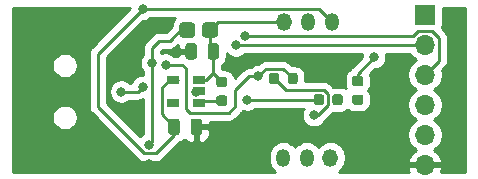
<source format=gbr>
G04 #@! TF.GenerationSoftware,KiCad,Pcbnew,(5.1.6)-1*
G04 #@! TF.CreationDate,2021-04-01T10:41:09+07:00*
G04 #@! TF.ProjectId,esp-avr-usb-converter,6573702d-6176-4722-9d75-73622d636f6e,rev?*
G04 #@! TF.SameCoordinates,Original*
G04 #@! TF.FileFunction,Copper,L2,Bot*
G04 #@! TF.FilePolarity,Positive*
%FSLAX46Y46*%
G04 Gerber Fmt 4.6, Leading zero omitted, Abs format (unit mm)*
G04 Created by KiCad (PCBNEW (5.1.6)-1) date 2021-04-01 10:41:09*
%MOMM*%
%LPD*%
G01*
G04 APERTURE LIST*
G04 #@! TA.AperFunction,ComponentPad*
%ADD10R,1.700000X1.700000*%
G04 #@! TD*
G04 #@! TA.AperFunction,ComponentPad*
%ADD11O,1.700000X1.700000*%
G04 #@! TD*
G04 #@! TA.AperFunction,ComponentPad*
%ADD12O,1.200000X1.524000*%
G04 #@! TD*
G04 #@! TA.AperFunction,ComponentPad*
%ADD13O,1.300000X1.524000*%
G04 #@! TD*
G04 #@! TA.AperFunction,SMDPad,CuDef*
%ADD14R,1.060000X0.650000*%
G04 #@! TD*
G04 #@! TA.AperFunction,ViaPad*
%ADD15C,0.800000*%
G04 #@! TD*
G04 #@! TA.AperFunction,Conductor*
%ADD16C,0.250000*%
G04 #@! TD*
G04 #@! TA.AperFunction,Conductor*
%ADD17C,0.254000*%
G04 #@! TD*
G04 APERTURE END LIST*
G04 #@! TO.P,C1,2*
G04 #@! TO.N,GND*
G04 #@! TA.AperFunction,SMDPad,CuDef*
G36*
G01*
X131587500Y-84243750D02*
X131587500Y-85156250D01*
G75*
G02*
X131343750Y-85400000I-243750J0D01*
G01*
X130856250Y-85400000D01*
G75*
G02*
X130612500Y-85156250I0J243750D01*
G01*
X130612500Y-84243750D01*
G75*
G02*
X130856250Y-84000000I243750J0D01*
G01*
X131343750Y-84000000D01*
G75*
G02*
X131587500Y-84243750I0J-243750D01*
G01*
G37*
G04 #@! TD.AperFunction*
G04 #@! TO.P,C1,1*
G04 #@! TO.N,/CP2102N-GQFN28/5V*
G04 #@! TA.AperFunction,SMDPad,CuDef*
G36*
G01*
X133462500Y-84243750D02*
X133462500Y-85156250D01*
G75*
G02*
X133218750Y-85400000I-243750J0D01*
G01*
X132731250Y-85400000D01*
G75*
G02*
X132487500Y-85156250I0J243750D01*
G01*
X132487500Y-84243750D01*
G75*
G02*
X132731250Y-84000000I243750J0D01*
G01*
X133218750Y-84000000D01*
G75*
G02*
X133462500Y-84243750I0J-243750D01*
G01*
G37*
G04 #@! TD.AperFunction*
G04 #@! TD*
G04 #@! TO.P,C2,1*
G04 #@! TO.N,+3V3*
G04 #@! TA.AperFunction,SMDPad,CuDef*
G36*
G01*
X129175000Y-91556250D02*
X129175000Y-90643750D01*
G75*
G02*
X129418750Y-90400000I243750J0D01*
G01*
X129906250Y-90400000D01*
G75*
G02*
X130150000Y-90643750I0J-243750D01*
G01*
X130150000Y-91556250D01*
G75*
G02*
X129906250Y-91800000I-243750J0D01*
G01*
X129418750Y-91800000D01*
G75*
G02*
X129175000Y-91556250I0J243750D01*
G01*
G37*
G04 #@! TD.AperFunction*
G04 #@! TO.P,C2,2*
G04 #@! TO.N,GND*
G04 #@! TA.AperFunction,SMDPad,CuDef*
G36*
G01*
X131050000Y-91556250D02*
X131050000Y-90643750D01*
G75*
G02*
X131293750Y-90400000I243750J0D01*
G01*
X131781250Y-90400000D01*
G75*
G02*
X132025000Y-90643750I0J-243750D01*
G01*
X132025000Y-91556250D01*
G75*
G02*
X131781250Y-91800000I-243750J0D01*
G01*
X131293750Y-91800000D01*
G75*
G02*
X131050000Y-91556250I0J243750D01*
G01*
G37*
G04 #@! TD.AperFunction*
G04 #@! TD*
D10*
G04 #@! TO.P,J2,1*
G04 #@! TO.N,/DTR*
X150900000Y-81600000D03*
D11*
G04 #@! TO.P,J2,2*
G04 #@! TO.N,/RX*
X150900000Y-84140000D03*
G04 #@! TO.P,J2,3*
G04 #@! TO.N,/TX*
X150900000Y-86680000D03*
G04 #@! TO.P,J2,4*
G04 #@! TO.N,/VCC*
X150900000Y-89220000D03*
G04 #@! TO.P,J2,5*
G04 #@! TO.N,/EN*
X150900000Y-91760000D03*
G04 #@! TO.P,J2,6*
G04 #@! TO.N,GND*
X150900000Y-94300000D03*
G04 #@! TD*
G04 #@! TO.P,R1,1*
G04 #@! TO.N,/CP2102N-GQFN28/5V*
G04 #@! TA.AperFunction,SMDPad,CuDef*
G36*
G01*
X133443750Y-86862500D02*
X133956250Y-86862500D01*
G75*
G02*
X134175000Y-87081250I0J-218750D01*
G01*
X134175000Y-87518750D01*
G75*
G02*
X133956250Y-87737500I-218750J0D01*
G01*
X133443750Y-87737500D01*
G75*
G02*
X133225000Y-87518750I0J218750D01*
G01*
X133225000Y-87081250D01*
G75*
G02*
X133443750Y-86862500I218750J0D01*
G01*
G37*
G04 #@! TD.AperFunction*
G04 #@! TO.P,R1,2*
G04 #@! TO.N,Net-(R1-Pad2)*
G04 #@! TA.AperFunction,SMDPad,CuDef*
G36*
G01*
X133443750Y-88437500D02*
X133956250Y-88437500D01*
G75*
G02*
X134175000Y-88656250I0J-218750D01*
G01*
X134175000Y-89093750D01*
G75*
G02*
X133956250Y-89312500I-218750J0D01*
G01*
X133443750Y-89312500D01*
G75*
G02*
X133225000Y-89093750I0J218750D01*
G01*
X133225000Y-88656250D01*
G75*
G02*
X133443750Y-88437500I218750J0D01*
G01*
G37*
G04 #@! TD.AperFunction*
G04 #@! TD*
G04 #@! TO.P,R2,2*
G04 #@! TO.N,/CP2102N-GQFN28/DTR*
G04 #@! TA.AperFunction,SMDPad,CuDef*
G36*
G01*
X139262500Y-87256250D02*
X139262500Y-86743750D01*
G75*
G02*
X139481250Y-86525000I218750J0D01*
G01*
X139918750Y-86525000D01*
G75*
G02*
X140137500Y-86743750I0J-218750D01*
G01*
X140137500Y-87256250D01*
G75*
G02*
X139918750Y-87475000I-218750J0D01*
G01*
X139481250Y-87475000D01*
G75*
G02*
X139262500Y-87256250I0J218750D01*
G01*
G37*
G04 #@! TD.AperFunction*
G04 #@! TO.P,R2,1*
G04 #@! TO.N,Net-(Q1-Pad1)*
G04 #@! TA.AperFunction,SMDPad,CuDef*
G36*
G01*
X137687500Y-87256250D02*
X137687500Y-86743750D01*
G75*
G02*
X137906250Y-86525000I218750J0D01*
G01*
X138343750Y-86525000D01*
G75*
G02*
X138562500Y-86743750I0J-218750D01*
G01*
X138562500Y-87256250D01*
G75*
G02*
X138343750Y-87475000I-218750J0D01*
G01*
X137906250Y-87475000D01*
G75*
G02*
X137687500Y-87256250I0J218750D01*
G01*
G37*
G04 #@! TD.AperFunction*
G04 #@! TD*
G04 #@! TO.P,R3,1*
G04 #@! TO.N,Net-(Q2-Pad1)*
G04 #@! TA.AperFunction,SMDPad,CuDef*
G36*
G01*
X141487500Y-89056250D02*
X141487500Y-88543750D01*
G75*
G02*
X141706250Y-88325000I218750J0D01*
G01*
X142143750Y-88325000D01*
G75*
G02*
X142362500Y-88543750I0J-218750D01*
G01*
X142362500Y-89056250D01*
G75*
G02*
X142143750Y-89275000I-218750J0D01*
G01*
X141706250Y-89275000D01*
G75*
G02*
X141487500Y-89056250I0J218750D01*
G01*
G37*
G04 #@! TD.AperFunction*
G04 #@! TO.P,R3,2*
G04 #@! TO.N,/CP2102N-GQFN28/RST*
G04 #@! TA.AperFunction,SMDPad,CuDef*
G36*
G01*
X143062500Y-89056250D02*
X143062500Y-88543750D01*
G75*
G02*
X143281250Y-88325000I218750J0D01*
G01*
X143718750Y-88325000D01*
G75*
G02*
X143937500Y-88543750I0J-218750D01*
G01*
X143937500Y-89056250D01*
G75*
G02*
X143718750Y-89275000I-218750J0D01*
G01*
X143281250Y-89275000D01*
G75*
G02*
X143062500Y-89056250I0J218750D01*
G01*
G37*
G04 #@! TD.AperFunction*
G04 #@! TD*
G04 #@! TO.P,R4,2*
G04 #@! TO.N,Net-(D1-Pad2)*
G04 #@! TA.AperFunction,SMDPad,CuDef*
G36*
G01*
X144943750Y-88362500D02*
X145456250Y-88362500D01*
G75*
G02*
X145675000Y-88581250I0J-218750D01*
G01*
X145675000Y-89018750D01*
G75*
G02*
X145456250Y-89237500I-218750J0D01*
G01*
X144943750Y-89237500D01*
G75*
G02*
X144725000Y-89018750I0J218750D01*
G01*
X144725000Y-88581250D01*
G75*
G02*
X144943750Y-88362500I218750J0D01*
G01*
G37*
G04 #@! TD.AperFunction*
G04 #@! TO.P,R4,1*
G04 #@! TO.N,/VCC*
G04 #@! TA.AperFunction,SMDPad,CuDef*
G36*
G01*
X144943750Y-86787500D02*
X145456250Y-86787500D01*
G75*
G02*
X145675000Y-87006250I0J-218750D01*
G01*
X145675000Y-87443750D01*
G75*
G02*
X145456250Y-87662500I-218750J0D01*
G01*
X144943750Y-87662500D01*
G75*
G02*
X144725000Y-87443750I0J218750D01*
G01*
X144725000Y-87006250D01*
G75*
G02*
X144943750Y-86787500I218750J0D01*
G01*
G37*
G04 #@! TD.AperFunction*
G04 #@! TD*
D12*
G04 #@! TO.P,SW1,2*
G04 #@! TO.N,/DTR*
X140900000Y-93700000D03*
D13*
G04 #@! TO.P,SW1,3*
G04 #@! TO.N,Net-(C3-Pad1)*
X142900000Y-93700000D03*
D12*
G04 #@! TO.P,SW1,1*
G04 #@! TO.N,Net-(Q2-Pad2)*
X138900000Y-93700000D03*
G04 #@! TD*
G04 #@! TO.P,SW2,1*
G04 #@! TO.N,+3V3*
X143000000Y-82200000D03*
D13*
G04 #@! TO.P,SW2,3*
G04 #@! TO.N,/CP2102N-GQFN28/5V*
X139000000Y-82200000D03*
D12*
G04 #@! TO.P,SW2,2*
G04 #@! TO.N,/VCC*
X141000000Y-82200000D03*
G04 #@! TD*
D14*
G04 #@! TO.P,U1,1*
G04 #@! TO.N,/CP2102N-GQFN28/5V*
X131800000Y-87150000D03*
G04 #@! TO.P,U1,2*
G04 #@! TO.N,GND*
X131800000Y-88100000D03*
G04 #@! TO.P,U1,3*
G04 #@! TO.N,Net-(R1-Pad2)*
X131800000Y-89050000D03*
G04 #@! TO.P,U1,4*
G04 #@! TO.N,Net-(U1-Pad4)*
X129600000Y-89050000D03*
G04 #@! TO.P,U1,5*
G04 #@! TO.N,+3V3*
X129600000Y-87150000D03*
G04 #@! TD*
G04 #@! TO.P,D2,1*
G04 #@! TO.N,/CP2102N-GQFN28/5V*
G04 #@! TA.AperFunction,SMDPad,CuDef*
G36*
G01*
X133362500Y-82500000D02*
X133362500Y-83300000D01*
G75*
G02*
X133112500Y-83550000I-250000J0D01*
G01*
X132287500Y-83550000D01*
G75*
G02*
X132037500Y-83300000I0J250000D01*
G01*
X132037500Y-82500000D01*
G75*
G02*
X132287500Y-82250000I250000J0D01*
G01*
X133112500Y-82250000D01*
G75*
G02*
X133362500Y-82500000I0J-250000D01*
G01*
G37*
G04 #@! TD.AperFunction*
G04 #@! TO.P,D2,2*
G04 #@! TO.N,Net-(C4-Pad1)*
G04 #@! TA.AperFunction,SMDPad,CuDef*
G36*
G01*
X131437500Y-82500000D02*
X131437500Y-83300000D01*
G75*
G02*
X131187500Y-83550000I-250000J0D01*
G01*
X130362500Y-83550000D01*
G75*
G02*
X130112500Y-83300000I0J250000D01*
G01*
X130112500Y-82500000D01*
G75*
G02*
X130362500Y-82250000I250000J0D01*
G01*
X131187500Y-82250000D01*
G75*
G02*
X131437500Y-82500000I0J-250000D01*
G01*
G37*
G04 #@! TD.AperFunction*
G04 #@! TD*
D15*
G04 #@! TO.N,GND*
X123000000Y-83600000D03*
X117500000Y-83600000D03*
X117400000Y-92400000D03*
X126100000Y-86900000D03*
X123000000Y-92500000D03*
X136400000Y-85300000D03*
X141550000Y-85250000D03*
X129800000Y-84650000D03*
X126300000Y-84400000D03*
X127500000Y-94200000D03*
X133200000Y-92600000D03*
X145100000Y-85400000D03*
X131500000Y-88124998D03*
X125800000Y-89750000D03*
X146600000Y-90350000D03*
G04 #@! TO.N,/CP2102N-GQFN28/DTR*
X139700000Y-87000000D03*
X136800000Y-86800000D03*
X128933470Y-85824043D03*
G04 #@! TO.N,Net-(C4-Pad1)*
X127800000Y-85700000D03*
X127500000Y-92625000D03*
G04 #@! TO.N,Net-(D1-Pad2)*
X145200000Y-88800000D03*
G04 #@! TO.N,/CP2102N-GQFN28/D+*
X125187347Y-88112653D03*
X127000000Y-87700000D03*
G04 #@! TO.N,/RX*
X134900000Y-84200000D03*
G04 #@! TO.N,/TX*
X135700000Y-83400000D03*
G04 #@! TO.N,/VCC*
X146600000Y-85200000D03*
G04 #@! TO.N,/CP2102N-GQFN28/RST*
X143500000Y-88800000D03*
G04 #@! TO.N,Net-(Q1-Pad1)*
X141500000Y-90100000D03*
G04 #@! TO.N,Net-(Q2-Pad1)*
X135850000Y-88800000D03*
G04 #@! TO.N,+3V3*
X126987010Y-81112990D03*
G04 #@! TD*
D16*
G04 #@! TO.N,GND*
X131100000Y-84700000D02*
X129800000Y-84700000D01*
X129800000Y-84700000D02*
X129500000Y-85000000D01*
X131800000Y-88100000D02*
X131524998Y-88100000D01*
X131524998Y-88100000D02*
X131500000Y-88124998D01*
G04 #@! TO.N,/CP2102N-GQFN28/5V*
X132700000Y-84425000D02*
X132975000Y-84700000D01*
X132700000Y-82900000D02*
X132700000Y-84425000D01*
X132975000Y-86575000D02*
X133700000Y-87300000D01*
X132975000Y-84700000D02*
X132975000Y-86575000D01*
X132400000Y-87150000D02*
X132975000Y-86575000D01*
X131800000Y-87150000D02*
X132400000Y-87150000D01*
X133400000Y-82200000D02*
X132700000Y-82900000D01*
X139000000Y-82200000D02*
X133400000Y-82200000D01*
G04 #@! TO.N,+3V3*
X129600000Y-87150000D02*
X129150000Y-87150000D01*
X129600000Y-87150000D02*
X129950000Y-87150000D01*
X129600000Y-87150000D02*
X129250000Y-87150000D01*
X129250000Y-87150000D02*
X128600000Y-87800000D01*
X128600000Y-90037500D02*
X129662500Y-91100000D01*
X128600000Y-87800000D02*
X128600000Y-90037500D01*
X129662500Y-91800000D02*
X129662500Y-91100000D01*
X128112499Y-93350001D02*
X129662500Y-91800000D01*
X127151999Y-93350001D02*
X128112499Y-93350001D01*
X141912990Y-81112990D02*
X126987010Y-81112990D01*
X143000000Y-82200000D02*
X141912990Y-81112990D01*
X126987010Y-81112990D02*
X123200000Y-84900000D01*
X123200000Y-84900000D02*
X123200000Y-89398002D01*
X123200000Y-89398002D02*
X127151999Y-93350001D01*
G04 #@! TO.N,/CP2102N-GQFN28/DTR*
X137400010Y-86199990D02*
X136800000Y-86800000D01*
X138899990Y-86199990D02*
X137400010Y-86199990D01*
X139700000Y-87000000D02*
X138899990Y-86199990D01*
X128933470Y-85824043D02*
X130324043Y-85824043D01*
X130324043Y-85824043D02*
X130650000Y-86150000D01*
X130650000Y-86150000D02*
X130650000Y-89550000D01*
X130650000Y-89550000D02*
X131000000Y-89900000D01*
X131000000Y-89900000D02*
X134300000Y-89900000D01*
X134300000Y-89900000D02*
X134850000Y-89350000D01*
X134850000Y-89350000D02*
X134850000Y-87950000D01*
X136000000Y-86800000D02*
X136800000Y-86800000D01*
X134850000Y-87950000D02*
X136000000Y-86800000D01*
G04 #@! TO.N,Net-(C4-Pad1)*
X127800000Y-92325000D02*
X127500000Y-92625000D01*
X127800000Y-85700000D02*
X127800000Y-92325000D01*
X128400000Y-83800000D02*
X129275000Y-83800000D01*
X129275000Y-83800000D02*
X130775000Y-82300000D01*
X127800000Y-85700000D02*
X127800000Y-84400000D01*
X127800000Y-84400000D02*
X128400000Y-83800000D01*
G04 #@! TO.N,/CP2102N-GQFN28/D+*
X125187347Y-88112653D02*
X126587347Y-88112653D01*
X126587347Y-88112653D02*
X127000000Y-87700000D01*
G04 #@! TO.N,/RX*
X150840000Y-84200000D02*
X150900000Y-84140000D01*
X134900000Y-84200000D02*
X150840000Y-84200000D01*
G04 #@! TO.N,/TX*
X152075001Y-85504999D02*
X150900000Y-86680000D01*
X152075001Y-83575999D02*
X152075001Y-85504999D01*
X151464001Y-82964999D02*
X152075001Y-83575999D01*
X150335999Y-82964999D02*
X151464001Y-82964999D01*
X149900998Y-83400000D02*
X150335999Y-82964999D01*
X135700000Y-83400000D02*
X149900998Y-83400000D01*
G04 #@! TO.N,/VCC*
X145200000Y-86600000D02*
X146600000Y-85200000D01*
X145200000Y-87225000D02*
X145200000Y-86600000D01*
G04 #@! TO.N,Net-(Q1-Pad1)*
X141868994Y-90100000D02*
X141500000Y-90100000D01*
X139124990Y-87999990D02*
X142368984Y-87999990D01*
X142368984Y-87999990D02*
X142687510Y-88318516D01*
X142687510Y-89281484D02*
X141868994Y-90100000D01*
X138125000Y-87000000D02*
X139124990Y-87999990D01*
X142687510Y-88318516D02*
X142687510Y-89281484D01*
G04 #@! TO.N,Net-(Q2-Pad1)*
X141925000Y-88800000D02*
X135850000Y-88800000D01*
G04 #@! TO.N,Net-(R1-Pad2)*
X131975000Y-88875000D02*
X131800000Y-89050000D01*
X133700000Y-88875000D02*
X131975000Y-88875000D01*
G04 #@! TD*
D17*
G04 #@! TO.N,GND*
G36*
X125952010Y-81011051D02*
G01*
X125952010Y-81073188D01*
X122689003Y-84336196D01*
X122659999Y-84359999D01*
X122620809Y-84407753D01*
X122565026Y-84475724D01*
X122494455Y-84607753D01*
X122494454Y-84607754D01*
X122450997Y-84751015D01*
X122440000Y-84862668D01*
X122440000Y-84862678D01*
X122436324Y-84900000D01*
X122440000Y-84937323D01*
X122440001Y-89360670D01*
X122436324Y-89398002D01*
X122440001Y-89435335D01*
X122450998Y-89546988D01*
X122451912Y-89550000D01*
X122494454Y-89690248D01*
X122565026Y-89822278D01*
X122626028Y-89896608D01*
X122660000Y-89938003D01*
X122688998Y-89961801D01*
X126588200Y-93861004D01*
X126611998Y-93890002D01*
X126640996Y-93913800D01*
X126727723Y-93984975D01*
X126859752Y-94055547D01*
X127003013Y-94099004D01*
X127151999Y-94113678D01*
X127189332Y-94110001D01*
X128075177Y-94110001D01*
X128112499Y-94113677D01*
X128149821Y-94110001D01*
X128149832Y-94110001D01*
X128261485Y-94099004D01*
X128404746Y-94055547D01*
X128536775Y-93984975D01*
X128652500Y-93890002D01*
X128676302Y-93860999D01*
X130132674Y-92404629D01*
X130243709Y-92370947D01*
X130396164Y-92289458D01*
X130529792Y-92179792D01*
X130535008Y-92173436D01*
X130598815Y-92251185D01*
X130695506Y-92330537D01*
X130805820Y-92389502D01*
X130925518Y-92425812D01*
X131050000Y-92438072D01*
X131251750Y-92435000D01*
X131410500Y-92276250D01*
X131410500Y-91227000D01*
X131664500Y-91227000D01*
X131664500Y-92276250D01*
X131823250Y-92435000D01*
X132025000Y-92438072D01*
X132149482Y-92425812D01*
X132269180Y-92389502D01*
X132379494Y-92330537D01*
X132476185Y-92251185D01*
X132555537Y-92154494D01*
X132614502Y-92044180D01*
X132650812Y-91924482D01*
X132663072Y-91800000D01*
X132660000Y-91385750D01*
X132501250Y-91227000D01*
X131664500Y-91227000D01*
X131410500Y-91227000D01*
X131390500Y-91227000D01*
X131390500Y-90973000D01*
X131410500Y-90973000D01*
X131410500Y-90953000D01*
X131664500Y-90953000D01*
X131664500Y-90973000D01*
X132501250Y-90973000D01*
X132660000Y-90814250D01*
X132661144Y-90660000D01*
X134262678Y-90660000D01*
X134300000Y-90663676D01*
X134337322Y-90660000D01*
X134337333Y-90660000D01*
X134448986Y-90649003D01*
X134592247Y-90605546D01*
X134724276Y-90534974D01*
X134840001Y-90440001D01*
X134863803Y-90410998D01*
X135361009Y-89913794D01*
X135390001Y-89890001D01*
X135413795Y-89861008D01*
X135413799Y-89861004D01*
X135484973Y-89774277D01*
X135484974Y-89774276D01*
X135487249Y-89770020D01*
X135548102Y-89795226D01*
X135748061Y-89835000D01*
X135951939Y-89835000D01*
X136151898Y-89795226D01*
X136340256Y-89717205D01*
X136509774Y-89603937D01*
X136553711Y-89560000D01*
X140616033Y-89560000D01*
X140582795Y-89609744D01*
X140504774Y-89798102D01*
X140465000Y-89998061D01*
X140465000Y-90201939D01*
X140504774Y-90401898D01*
X140582795Y-90590256D01*
X140696063Y-90759774D01*
X140840226Y-90903937D01*
X141009744Y-91017205D01*
X141198102Y-91095226D01*
X141398061Y-91135000D01*
X141601939Y-91135000D01*
X141801898Y-91095226D01*
X141990256Y-91017205D01*
X142159774Y-90903937D01*
X142303937Y-90759774D01*
X142353578Y-90685480D01*
X142408995Y-90640001D01*
X142432797Y-90610998D01*
X143144221Y-89899576D01*
X143281250Y-89913072D01*
X143718750Y-89913072D01*
X143885908Y-89896608D01*
X144046642Y-89847850D01*
X144194775Y-89768671D01*
X144324615Y-89662115D01*
X144348345Y-89633199D01*
X144467725Y-89731171D01*
X144615858Y-89810350D01*
X144776592Y-89859108D01*
X144943750Y-89875572D01*
X145456250Y-89875572D01*
X145623408Y-89859108D01*
X145784142Y-89810350D01*
X145932275Y-89731171D01*
X146062115Y-89624615D01*
X146168671Y-89494775D01*
X146247850Y-89346642D01*
X146296608Y-89185908D01*
X146313072Y-89018750D01*
X146313072Y-88581250D01*
X146296608Y-88414092D01*
X146247850Y-88253358D01*
X146168671Y-88105225D01*
X146092574Y-88012500D01*
X146168671Y-87919775D01*
X146247850Y-87771642D01*
X146296608Y-87610908D01*
X146313072Y-87443750D01*
X146313072Y-87006250D01*
X146296608Y-86839092D01*
X146247850Y-86678358D01*
X146229944Y-86644858D01*
X146639802Y-86235000D01*
X146701939Y-86235000D01*
X146901898Y-86195226D01*
X147090256Y-86117205D01*
X147259774Y-86003937D01*
X147403937Y-85859774D01*
X147517205Y-85690256D01*
X147595226Y-85501898D01*
X147635000Y-85301939D01*
X147635000Y-85098061D01*
X147607538Y-84960000D01*
X149661912Y-84960000D01*
X149746525Y-85086632D01*
X149953368Y-85293475D01*
X150127760Y-85410000D01*
X149953368Y-85526525D01*
X149746525Y-85733368D01*
X149584010Y-85976589D01*
X149472068Y-86246842D01*
X149415000Y-86533740D01*
X149415000Y-86826260D01*
X149472068Y-87113158D01*
X149584010Y-87383411D01*
X149746525Y-87626632D01*
X149953368Y-87833475D01*
X150127760Y-87950000D01*
X149953368Y-88066525D01*
X149746525Y-88273368D01*
X149584010Y-88516589D01*
X149472068Y-88786842D01*
X149415000Y-89073740D01*
X149415000Y-89366260D01*
X149472068Y-89653158D01*
X149584010Y-89923411D01*
X149746525Y-90166632D01*
X149953368Y-90373475D01*
X150127760Y-90490000D01*
X149953368Y-90606525D01*
X149746525Y-90813368D01*
X149584010Y-91056589D01*
X149472068Y-91326842D01*
X149415000Y-91613740D01*
X149415000Y-91906260D01*
X149472068Y-92193158D01*
X149584010Y-92463411D01*
X149746525Y-92706632D01*
X149953368Y-92913475D01*
X150135534Y-93035195D01*
X150018645Y-93104822D01*
X149802412Y-93299731D01*
X149628359Y-93533080D01*
X149503175Y-93795901D01*
X149458524Y-93943110D01*
X149579845Y-94173000D01*
X150773000Y-94173000D01*
X150773000Y-94153000D01*
X151027000Y-94153000D01*
X151027000Y-94173000D01*
X152220155Y-94173000D01*
X152341476Y-93943110D01*
X152296825Y-93795901D01*
X152171641Y-93533080D01*
X151997588Y-93299731D01*
X151781355Y-93104822D01*
X151664466Y-93035195D01*
X151846632Y-92913475D01*
X152053475Y-92706632D01*
X152215990Y-92463411D01*
X152327932Y-92193158D01*
X152385000Y-91906260D01*
X152385000Y-91613740D01*
X152327932Y-91326842D01*
X152215990Y-91056589D01*
X152053475Y-90813368D01*
X151846632Y-90606525D01*
X151672240Y-90490000D01*
X151846632Y-90373475D01*
X152053475Y-90166632D01*
X152215990Y-89923411D01*
X152327932Y-89653158D01*
X152385000Y-89366260D01*
X152385000Y-89073740D01*
X152327932Y-88786842D01*
X152215990Y-88516589D01*
X152053475Y-88273368D01*
X151846632Y-88066525D01*
X151672240Y-87950000D01*
X151846632Y-87833475D01*
X152053475Y-87626632D01*
X152215990Y-87383411D01*
X152327932Y-87113158D01*
X152385000Y-86826260D01*
X152385000Y-86533740D01*
X152341210Y-86313592D01*
X152586004Y-86068798D01*
X152615002Y-86045000D01*
X152709975Y-85929275D01*
X152780547Y-85797246D01*
X152824004Y-85653985D01*
X152835001Y-85542332D01*
X152835001Y-85542323D01*
X152838677Y-85505000D01*
X152835001Y-85467677D01*
X152835001Y-83613321D01*
X152838677Y-83575998D01*
X152835001Y-83538675D01*
X152835001Y-83538666D01*
X152824004Y-83427013D01*
X152780547Y-83283752D01*
X152709975Y-83151723D01*
X152679004Y-83113985D01*
X152638800Y-83064995D01*
X152638796Y-83064991D01*
X152615002Y-83035998D01*
X152586010Y-83012205D01*
X152314590Y-82740786D01*
X152339502Y-82694180D01*
X152375812Y-82574482D01*
X152388072Y-82450000D01*
X152388072Y-81010000D01*
X154290001Y-81010000D01*
X154290000Y-94890000D01*
X152255910Y-94890000D01*
X152296825Y-94804099D01*
X152341476Y-94656890D01*
X152220155Y-94427000D01*
X151027000Y-94427000D01*
X151027000Y-94447000D01*
X150773000Y-94447000D01*
X150773000Y-94427000D01*
X149579845Y-94427000D01*
X149458524Y-94656890D01*
X149503175Y-94804099D01*
X149544090Y-94890000D01*
X143609145Y-94890000D01*
X143617362Y-94885608D01*
X143813028Y-94725028D01*
X143973608Y-94529361D01*
X144092929Y-94306126D01*
X144166407Y-94063903D01*
X144185000Y-93875122D01*
X144185000Y-93524877D01*
X144166407Y-93336096D01*
X144092929Y-93093873D01*
X143973608Y-92870638D01*
X143813028Y-92674972D01*
X143617361Y-92514392D01*
X143394126Y-92395071D01*
X143151903Y-92321593D01*
X142900000Y-92296783D01*
X142648096Y-92321593D01*
X142405873Y-92395071D01*
X142182638Y-92514392D01*
X141986972Y-92674972D01*
X141888176Y-92795355D01*
X141777502Y-92660498D01*
X141589448Y-92506167D01*
X141374900Y-92391489D01*
X141142101Y-92320870D01*
X140900000Y-92297025D01*
X140657898Y-92320870D01*
X140425099Y-92391489D01*
X140210551Y-92506167D01*
X140022498Y-92660498D01*
X139900000Y-92809763D01*
X139777502Y-92660498D01*
X139589448Y-92506167D01*
X139374900Y-92391489D01*
X139142101Y-92320870D01*
X138900000Y-92297025D01*
X138657898Y-92320870D01*
X138425099Y-92391489D01*
X138210551Y-92506167D01*
X138022498Y-92660498D01*
X137868167Y-92848552D01*
X137753489Y-93063100D01*
X137682870Y-93295899D01*
X137665000Y-93477336D01*
X137665000Y-93922665D01*
X137682870Y-94104102D01*
X137753489Y-94336901D01*
X137868168Y-94551449D01*
X138022499Y-94739502D01*
X138205881Y-94890000D01*
X116010000Y-94890000D01*
X116010000Y-90193137D01*
X119315000Y-90193137D01*
X119315000Y-90406863D01*
X119356696Y-90616483D01*
X119438485Y-90813940D01*
X119557225Y-90991647D01*
X119708353Y-91142775D01*
X119886060Y-91261515D01*
X120083517Y-91343304D01*
X120293137Y-91385000D01*
X120506863Y-91385000D01*
X120716483Y-91343304D01*
X120913940Y-91261515D01*
X121091647Y-91142775D01*
X121242775Y-90991647D01*
X121361515Y-90813940D01*
X121443304Y-90616483D01*
X121485000Y-90406863D01*
X121485000Y-90193137D01*
X121443304Y-89983517D01*
X121361515Y-89786060D01*
X121242775Y-89608353D01*
X121091647Y-89457225D01*
X120913940Y-89338485D01*
X120716483Y-89256696D01*
X120506863Y-89215000D01*
X120293137Y-89215000D01*
X120083517Y-89256696D01*
X119886060Y-89338485D01*
X119708353Y-89457225D01*
X119557225Y-89608353D01*
X119438485Y-89786060D01*
X119356696Y-89983517D01*
X119315000Y-90193137D01*
X116010000Y-90193137D01*
X116010000Y-85793137D01*
X119315000Y-85793137D01*
X119315000Y-86006863D01*
X119356696Y-86216483D01*
X119438485Y-86413940D01*
X119557225Y-86591647D01*
X119708353Y-86742775D01*
X119886060Y-86861515D01*
X120083517Y-86943304D01*
X120293137Y-86985000D01*
X120506863Y-86985000D01*
X120716483Y-86943304D01*
X120913940Y-86861515D01*
X121091647Y-86742775D01*
X121242775Y-86591647D01*
X121361515Y-86413940D01*
X121443304Y-86216483D01*
X121485000Y-86006863D01*
X121485000Y-85793137D01*
X121443304Y-85583517D01*
X121361515Y-85386060D01*
X121242775Y-85208353D01*
X121091647Y-85057225D01*
X120913940Y-84938485D01*
X120716483Y-84856696D01*
X120506863Y-84815000D01*
X120293137Y-84815000D01*
X120083517Y-84856696D01*
X119886060Y-84938485D01*
X119708353Y-85057225D01*
X119557225Y-85208353D01*
X119438485Y-85386060D01*
X119356696Y-85583517D01*
X119315000Y-85793137D01*
X116010000Y-85793137D01*
X116010000Y-81010000D01*
X125952219Y-81010000D01*
X125952010Y-81011051D01*
G37*
X125952010Y-81011051D02*
X125952010Y-81073188D01*
X122689003Y-84336196D01*
X122659999Y-84359999D01*
X122620809Y-84407753D01*
X122565026Y-84475724D01*
X122494455Y-84607753D01*
X122494454Y-84607754D01*
X122450997Y-84751015D01*
X122440000Y-84862668D01*
X122440000Y-84862678D01*
X122436324Y-84900000D01*
X122440000Y-84937323D01*
X122440001Y-89360670D01*
X122436324Y-89398002D01*
X122440001Y-89435335D01*
X122450998Y-89546988D01*
X122451912Y-89550000D01*
X122494454Y-89690248D01*
X122565026Y-89822278D01*
X122626028Y-89896608D01*
X122660000Y-89938003D01*
X122688998Y-89961801D01*
X126588200Y-93861004D01*
X126611998Y-93890002D01*
X126640996Y-93913800D01*
X126727723Y-93984975D01*
X126859752Y-94055547D01*
X127003013Y-94099004D01*
X127151999Y-94113678D01*
X127189332Y-94110001D01*
X128075177Y-94110001D01*
X128112499Y-94113677D01*
X128149821Y-94110001D01*
X128149832Y-94110001D01*
X128261485Y-94099004D01*
X128404746Y-94055547D01*
X128536775Y-93984975D01*
X128652500Y-93890002D01*
X128676302Y-93860999D01*
X130132674Y-92404629D01*
X130243709Y-92370947D01*
X130396164Y-92289458D01*
X130529792Y-92179792D01*
X130535008Y-92173436D01*
X130598815Y-92251185D01*
X130695506Y-92330537D01*
X130805820Y-92389502D01*
X130925518Y-92425812D01*
X131050000Y-92438072D01*
X131251750Y-92435000D01*
X131410500Y-92276250D01*
X131410500Y-91227000D01*
X131664500Y-91227000D01*
X131664500Y-92276250D01*
X131823250Y-92435000D01*
X132025000Y-92438072D01*
X132149482Y-92425812D01*
X132269180Y-92389502D01*
X132379494Y-92330537D01*
X132476185Y-92251185D01*
X132555537Y-92154494D01*
X132614502Y-92044180D01*
X132650812Y-91924482D01*
X132663072Y-91800000D01*
X132660000Y-91385750D01*
X132501250Y-91227000D01*
X131664500Y-91227000D01*
X131410500Y-91227000D01*
X131390500Y-91227000D01*
X131390500Y-90973000D01*
X131410500Y-90973000D01*
X131410500Y-90953000D01*
X131664500Y-90953000D01*
X131664500Y-90973000D01*
X132501250Y-90973000D01*
X132660000Y-90814250D01*
X132661144Y-90660000D01*
X134262678Y-90660000D01*
X134300000Y-90663676D01*
X134337322Y-90660000D01*
X134337333Y-90660000D01*
X134448986Y-90649003D01*
X134592247Y-90605546D01*
X134724276Y-90534974D01*
X134840001Y-90440001D01*
X134863803Y-90410998D01*
X135361009Y-89913794D01*
X135390001Y-89890001D01*
X135413795Y-89861008D01*
X135413799Y-89861004D01*
X135484973Y-89774277D01*
X135484974Y-89774276D01*
X135487249Y-89770020D01*
X135548102Y-89795226D01*
X135748061Y-89835000D01*
X135951939Y-89835000D01*
X136151898Y-89795226D01*
X136340256Y-89717205D01*
X136509774Y-89603937D01*
X136553711Y-89560000D01*
X140616033Y-89560000D01*
X140582795Y-89609744D01*
X140504774Y-89798102D01*
X140465000Y-89998061D01*
X140465000Y-90201939D01*
X140504774Y-90401898D01*
X140582795Y-90590256D01*
X140696063Y-90759774D01*
X140840226Y-90903937D01*
X141009744Y-91017205D01*
X141198102Y-91095226D01*
X141398061Y-91135000D01*
X141601939Y-91135000D01*
X141801898Y-91095226D01*
X141990256Y-91017205D01*
X142159774Y-90903937D01*
X142303937Y-90759774D01*
X142353578Y-90685480D01*
X142408995Y-90640001D01*
X142432797Y-90610998D01*
X143144221Y-89899576D01*
X143281250Y-89913072D01*
X143718750Y-89913072D01*
X143885908Y-89896608D01*
X144046642Y-89847850D01*
X144194775Y-89768671D01*
X144324615Y-89662115D01*
X144348345Y-89633199D01*
X144467725Y-89731171D01*
X144615858Y-89810350D01*
X144776592Y-89859108D01*
X144943750Y-89875572D01*
X145456250Y-89875572D01*
X145623408Y-89859108D01*
X145784142Y-89810350D01*
X145932275Y-89731171D01*
X146062115Y-89624615D01*
X146168671Y-89494775D01*
X146247850Y-89346642D01*
X146296608Y-89185908D01*
X146313072Y-89018750D01*
X146313072Y-88581250D01*
X146296608Y-88414092D01*
X146247850Y-88253358D01*
X146168671Y-88105225D01*
X146092574Y-88012500D01*
X146168671Y-87919775D01*
X146247850Y-87771642D01*
X146296608Y-87610908D01*
X146313072Y-87443750D01*
X146313072Y-87006250D01*
X146296608Y-86839092D01*
X146247850Y-86678358D01*
X146229944Y-86644858D01*
X146639802Y-86235000D01*
X146701939Y-86235000D01*
X146901898Y-86195226D01*
X147090256Y-86117205D01*
X147259774Y-86003937D01*
X147403937Y-85859774D01*
X147517205Y-85690256D01*
X147595226Y-85501898D01*
X147635000Y-85301939D01*
X147635000Y-85098061D01*
X147607538Y-84960000D01*
X149661912Y-84960000D01*
X149746525Y-85086632D01*
X149953368Y-85293475D01*
X150127760Y-85410000D01*
X149953368Y-85526525D01*
X149746525Y-85733368D01*
X149584010Y-85976589D01*
X149472068Y-86246842D01*
X149415000Y-86533740D01*
X149415000Y-86826260D01*
X149472068Y-87113158D01*
X149584010Y-87383411D01*
X149746525Y-87626632D01*
X149953368Y-87833475D01*
X150127760Y-87950000D01*
X149953368Y-88066525D01*
X149746525Y-88273368D01*
X149584010Y-88516589D01*
X149472068Y-88786842D01*
X149415000Y-89073740D01*
X149415000Y-89366260D01*
X149472068Y-89653158D01*
X149584010Y-89923411D01*
X149746525Y-90166632D01*
X149953368Y-90373475D01*
X150127760Y-90490000D01*
X149953368Y-90606525D01*
X149746525Y-90813368D01*
X149584010Y-91056589D01*
X149472068Y-91326842D01*
X149415000Y-91613740D01*
X149415000Y-91906260D01*
X149472068Y-92193158D01*
X149584010Y-92463411D01*
X149746525Y-92706632D01*
X149953368Y-92913475D01*
X150135534Y-93035195D01*
X150018645Y-93104822D01*
X149802412Y-93299731D01*
X149628359Y-93533080D01*
X149503175Y-93795901D01*
X149458524Y-93943110D01*
X149579845Y-94173000D01*
X150773000Y-94173000D01*
X150773000Y-94153000D01*
X151027000Y-94153000D01*
X151027000Y-94173000D01*
X152220155Y-94173000D01*
X152341476Y-93943110D01*
X152296825Y-93795901D01*
X152171641Y-93533080D01*
X151997588Y-93299731D01*
X151781355Y-93104822D01*
X151664466Y-93035195D01*
X151846632Y-92913475D01*
X152053475Y-92706632D01*
X152215990Y-92463411D01*
X152327932Y-92193158D01*
X152385000Y-91906260D01*
X152385000Y-91613740D01*
X152327932Y-91326842D01*
X152215990Y-91056589D01*
X152053475Y-90813368D01*
X151846632Y-90606525D01*
X151672240Y-90490000D01*
X151846632Y-90373475D01*
X152053475Y-90166632D01*
X152215990Y-89923411D01*
X152327932Y-89653158D01*
X152385000Y-89366260D01*
X152385000Y-89073740D01*
X152327932Y-88786842D01*
X152215990Y-88516589D01*
X152053475Y-88273368D01*
X151846632Y-88066525D01*
X151672240Y-87950000D01*
X151846632Y-87833475D01*
X152053475Y-87626632D01*
X152215990Y-87383411D01*
X152327932Y-87113158D01*
X152385000Y-86826260D01*
X152385000Y-86533740D01*
X152341210Y-86313592D01*
X152586004Y-86068798D01*
X152615002Y-86045000D01*
X152709975Y-85929275D01*
X152780547Y-85797246D01*
X152824004Y-85653985D01*
X152835001Y-85542332D01*
X152835001Y-85542323D01*
X152838677Y-85505000D01*
X152835001Y-85467677D01*
X152835001Y-83613321D01*
X152838677Y-83575998D01*
X152835001Y-83538675D01*
X152835001Y-83538666D01*
X152824004Y-83427013D01*
X152780547Y-83283752D01*
X152709975Y-83151723D01*
X152679004Y-83113985D01*
X152638800Y-83064995D01*
X152638796Y-83064991D01*
X152615002Y-83035998D01*
X152586010Y-83012205D01*
X152314590Y-82740786D01*
X152339502Y-82694180D01*
X152375812Y-82574482D01*
X152388072Y-82450000D01*
X152388072Y-81010000D01*
X154290001Y-81010000D01*
X154290000Y-94890000D01*
X152255910Y-94890000D01*
X152296825Y-94804099D01*
X152341476Y-94656890D01*
X152220155Y-94427000D01*
X151027000Y-94427000D01*
X151027000Y-94447000D01*
X150773000Y-94447000D01*
X150773000Y-94427000D01*
X149579845Y-94427000D01*
X149458524Y-94656890D01*
X149503175Y-94804099D01*
X149544090Y-94890000D01*
X143609145Y-94890000D01*
X143617362Y-94885608D01*
X143813028Y-94725028D01*
X143973608Y-94529361D01*
X144092929Y-94306126D01*
X144166407Y-94063903D01*
X144185000Y-93875122D01*
X144185000Y-93524877D01*
X144166407Y-93336096D01*
X144092929Y-93093873D01*
X143973608Y-92870638D01*
X143813028Y-92674972D01*
X143617361Y-92514392D01*
X143394126Y-92395071D01*
X143151903Y-92321593D01*
X142900000Y-92296783D01*
X142648096Y-92321593D01*
X142405873Y-92395071D01*
X142182638Y-92514392D01*
X141986972Y-92674972D01*
X141888176Y-92795355D01*
X141777502Y-92660498D01*
X141589448Y-92506167D01*
X141374900Y-92391489D01*
X141142101Y-92320870D01*
X140900000Y-92297025D01*
X140657898Y-92320870D01*
X140425099Y-92391489D01*
X140210551Y-92506167D01*
X140022498Y-92660498D01*
X139900000Y-92809763D01*
X139777502Y-92660498D01*
X139589448Y-92506167D01*
X139374900Y-92391489D01*
X139142101Y-92320870D01*
X138900000Y-92297025D01*
X138657898Y-92320870D01*
X138425099Y-92391489D01*
X138210551Y-92506167D01*
X138022498Y-92660498D01*
X137868167Y-92848552D01*
X137753489Y-93063100D01*
X137682870Y-93295899D01*
X137665000Y-93477336D01*
X137665000Y-93922665D01*
X137682870Y-94104102D01*
X137753489Y-94336901D01*
X137868168Y-94551449D01*
X138022499Y-94739502D01*
X138205881Y-94890000D01*
X116010000Y-94890000D01*
X116010000Y-90193137D01*
X119315000Y-90193137D01*
X119315000Y-90406863D01*
X119356696Y-90616483D01*
X119438485Y-90813940D01*
X119557225Y-90991647D01*
X119708353Y-91142775D01*
X119886060Y-91261515D01*
X120083517Y-91343304D01*
X120293137Y-91385000D01*
X120506863Y-91385000D01*
X120716483Y-91343304D01*
X120913940Y-91261515D01*
X121091647Y-91142775D01*
X121242775Y-90991647D01*
X121361515Y-90813940D01*
X121443304Y-90616483D01*
X121485000Y-90406863D01*
X121485000Y-90193137D01*
X121443304Y-89983517D01*
X121361515Y-89786060D01*
X121242775Y-89608353D01*
X121091647Y-89457225D01*
X120913940Y-89338485D01*
X120716483Y-89256696D01*
X120506863Y-89215000D01*
X120293137Y-89215000D01*
X120083517Y-89256696D01*
X119886060Y-89338485D01*
X119708353Y-89457225D01*
X119557225Y-89608353D01*
X119438485Y-89786060D01*
X119356696Y-89983517D01*
X119315000Y-90193137D01*
X116010000Y-90193137D01*
X116010000Y-85793137D01*
X119315000Y-85793137D01*
X119315000Y-86006863D01*
X119356696Y-86216483D01*
X119438485Y-86413940D01*
X119557225Y-86591647D01*
X119708353Y-86742775D01*
X119886060Y-86861515D01*
X120083517Y-86943304D01*
X120293137Y-86985000D01*
X120506863Y-86985000D01*
X120716483Y-86943304D01*
X120913940Y-86861515D01*
X121091647Y-86742775D01*
X121242775Y-86591647D01*
X121361515Y-86413940D01*
X121443304Y-86216483D01*
X121485000Y-86006863D01*
X121485000Y-85793137D01*
X121443304Y-85583517D01*
X121361515Y-85386060D01*
X121242775Y-85208353D01*
X121091647Y-85057225D01*
X120913940Y-84938485D01*
X120716483Y-84856696D01*
X120506863Y-84815000D01*
X120293137Y-84815000D01*
X120083517Y-84856696D01*
X119886060Y-84938485D01*
X119708353Y-85057225D01*
X119557225Y-85208353D01*
X119438485Y-85386060D01*
X119356696Y-85583517D01*
X119315000Y-85793137D01*
X116010000Y-85793137D01*
X116010000Y-81010000D01*
X125952219Y-81010000D01*
X125952010Y-81011051D01*
G36*
X129624095Y-82006614D02*
G01*
X129542028Y-82160150D01*
X129491492Y-82326746D01*
X129474428Y-82500000D01*
X129474428Y-82525771D01*
X128960199Y-83040000D01*
X128437322Y-83040000D01*
X128399999Y-83036324D01*
X128362676Y-83040000D01*
X128362667Y-83040000D01*
X128251014Y-83050997D01*
X128128792Y-83088072D01*
X128107753Y-83094454D01*
X127975723Y-83165026D01*
X127902611Y-83225028D01*
X127859999Y-83259999D01*
X127836200Y-83288998D01*
X127288998Y-83836201D01*
X127260000Y-83859999D01*
X127236202Y-83888997D01*
X127236201Y-83888998D01*
X127165026Y-83975724D01*
X127094454Y-84107754D01*
X127064180Y-84207558D01*
X127050998Y-84251014D01*
X127040264Y-84359999D01*
X127036324Y-84400000D01*
X127040001Y-84437332D01*
X127040001Y-84996288D01*
X126996063Y-85040226D01*
X126882795Y-85209744D01*
X126804774Y-85398102D01*
X126765000Y-85598061D01*
X126765000Y-85801939D01*
X126804774Y-86001898D01*
X126882795Y-86190256D01*
X126996063Y-86359774D01*
X127040000Y-86403711D01*
X127040000Y-86665000D01*
X126898061Y-86665000D01*
X126698102Y-86704774D01*
X126509744Y-86782795D01*
X126340226Y-86896063D01*
X126196063Y-87040226D01*
X126082795Y-87209744D01*
X126023600Y-87352653D01*
X125891058Y-87352653D01*
X125847121Y-87308716D01*
X125677603Y-87195448D01*
X125489245Y-87117427D01*
X125289286Y-87077653D01*
X125085408Y-87077653D01*
X124885449Y-87117427D01*
X124697091Y-87195448D01*
X124527573Y-87308716D01*
X124383410Y-87452879D01*
X124270142Y-87622397D01*
X124192121Y-87810755D01*
X124152347Y-88010714D01*
X124152347Y-88214592D01*
X124192121Y-88414551D01*
X124270142Y-88602909D01*
X124383410Y-88772427D01*
X124527573Y-88916590D01*
X124697091Y-89029858D01*
X124885449Y-89107879D01*
X125085408Y-89147653D01*
X125289286Y-89147653D01*
X125489245Y-89107879D01*
X125677603Y-89029858D01*
X125847121Y-88916590D01*
X125891058Y-88872653D01*
X126550025Y-88872653D01*
X126587347Y-88876329D01*
X126624669Y-88872653D01*
X126624680Y-88872653D01*
X126736333Y-88861656D01*
X126879594Y-88818199D01*
X127011623Y-88747627D01*
X127027009Y-88735000D01*
X127040000Y-88735000D01*
X127040001Y-91695262D01*
X127009744Y-91707795D01*
X126840226Y-91821063D01*
X126769044Y-91892245D01*
X123960000Y-89083201D01*
X123960000Y-85214801D01*
X127026812Y-82147990D01*
X127088949Y-82147990D01*
X127288908Y-82108216D01*
X127477266Y-82030195D01*
X127646784Y-81916927D01*
X127690721Y-81872990D01*
X129733757Y-81872990D01*
X129624095Y-82006614D01*
G37*
X129624095Y-82006614D02*
X129542028Y-82160150D01*
X129491492Y-82326746D01*
X129474428Y-82500000D01*
X129474428Y-82525771D01*
X128960199Y-83040000D01*
X128437322Y-83040000D01*
X128399999Y-83036324D01*
X128362676Y-83040000D01*
X128362667Y-83040000D01*
X128251014Y-83050997D01*
X128128792Y-83088072D01*
X128107753Y-83094454D01*
X127975723Y-83165026D01*
X127902611Y-83225028D01*
X127859999Y-83259999D01*
X127836200Y-83288998D01*
X127288998Y-83836201D01*
X127260000Y-83859999D01*
X127236202Y-83888997D01*
X127236201Y-83888998D01*
X127165026Y-83975724D01*
X127094454Y-84107754D01*
X127064180Y-84207558D01*
X127050998Y-84251014D01*
X127040264Y-84359999D01*
X127036324Y-84400000D01*
X127040001Y-84437332D01*
X127040001Y-84996288D01*
X126996063Y-85040226D01*
X126882795Y-85209744D01*
X126804774Y-85398102D01*
X126765000Y-85598061D01*
X126765000Y-85801939D01*
X126804774Y-86001898D01*
X126882795Y-86190256D01*
X126996063Y-86359774D01*
X127040000Y-86403711D01*
X127040000Y-86665000D01*
X126898061Y-86665000D01*
X126698102Y-86704774D01*
X126509744Y-86782795D01*
X126340226Y-86896063D01*
X126196063Y-87040226D01*
X126082795Y-87209744D01*
X126023600Y-87352653D01*
X125891058Y-87352653D01*
X125847121Y-87308716D01*
X125677603Y-87195448D01*
X125489245Y-87117427D01*
X125289286Y-87077653D01*
X125085408Y-87077653D01*
X124885449Y-87117427D01*
X124697091Y-87195448D01*
X124527573Y-87308716D01*
X124383410Y-87452879D01*
X124270142Y-87622397D01*
X124192121Y-87810755D01*
X124152347Y-88010714D01*
X124152347Y-88214592D01*
X124192121Y-88414551D01*
X124270142Y-88602909D01*
X124383410Y-88772427D01*
X124527573Y-88916590D01*
X124697091Y-89029858D01*
X124885449Y-89107879D01*
X125085408Y-89147653D01*
X125289286Y-89147653D01*
X125489245Y-89107879D01*
X125677603Y-89029858D01*
X125847121Y-88916590D01*
X125891058Y-88872653D01*
X126550025Y-88872653D01*
X126587347Y-88876329D01*
X126624669Y-88872653D01*
X126624680Y-88872653D01*
X126736333Y-88861656D01*
X126879594Y-88818199D01*
X127011623Y-88747627D01*
X127027009Y-88735000D01*
X127040000Y-88735000D01*
X127040001Y-91695262D01*
X127009744Y-91707795D01*
X126840226Y-91821063D01*
X126769044Y-91892245D01*
X123960000Y-89083201D01*
X123960000Y-85214801D01*
X127026812Y-82147990D01*
X127088949Y-82147990D01*
X127288908Y-82108216D01*
X127477266Y-82030195D01*
X127646784Y-81916927D01*
X127690721Y-81872990D01*
X129733757Y-81872990D01*
X129624095Y-82006614D01*
G36*
X134240226Y-85003937D02*
G01*
X134409744Y-85117205D01*
X134598102Y-85195226D01*
X134798061Y-85235000D01*
X135001939Y-85235000D01*
X135201898Y-85195226D01*
X135390256Y-85117205D01*
X135559774Y-85003937D01*
X135603711Y-84960000D01*
X145592462Y-84960000D01*
X145565000Y-85098061D01*
X145565000Y-85160198D01*
X144688998Y-86036201D01*
X144660000Y-86059999D01*
X144636202Y-86088997D01*
X144636201Y-86088998D01*
X144565026Y-86175724D01*
X144526223Y-86248319D01*
X144515565Y-86268258D01*
X144467725Y-86293829D01*
X144337885Y-86400385D01*
X144231329Y-86530225D01*
X144152150Y-86678358D01*
X144103392Y-86839092D01*
X144086928Y-87006250D01*
X144086928Y-87443750D01*
X144103392Y-87610908D01*
X144152150Y-87771642D01*
X144179765Y-87823306D01*
X144046642Y-87752150D01*
X143885908Y-87703392D01*
X143718750Y-87686928D01*
X143281250Y-87686928D01*
X143144220Y-87700425D01*
X142932788Y-87488993D01*
X142908985Y-87459989D01*
X142793260Y-87365016D01*
X142661231Y-87294444D01*
X142517970Y-87250987D01*
X142406317Y-87239990D01*
X142406306Y-87239990D01*
X142368984Y-87236314D01*
X142331662Y-87239990D01*
X140775572Y-87239990D01*
X140775572Y-86743750D01*
X140759108Y-86576592D01*
X140710350Y-86415858D01*
X140631171Y-86267725D01*
X140524615Y-86137885D01*
X140394775Y-86031329D01*
X140246642Y-85952150D01*
X140085908Y-85903392D01*
X139918750Y-85886928D01*
X139661729Y-85886928D01*
X139463793Y-85688992D01*
X139439991Y-85659989D01*
X139324266Y-85565016D01*
X139192237Y-85494444D01*
X139048976Y-85450987D01*
X138937323Y-85439990D01*
X138937312Y-85439990D01*
X138899990Y-85436314D01*
X138862668Y-85439990D01*
X137437332Y-85439990D01*
X137400009Y-85436314D01*
X137362686Y-85439990D01*
X137362677Y-85439990D01*
X137251024Y-85450987D01*
X137107763Y-85494444D01*
X136975734Y-85565016D01*
X136860009Y-85659989D01*
X136836210Y-85688988D01*
X136760198Y-85765000D01*
X136698061Y-85765000D01*
X136498102Y-85804774D01*
X136309744Y-85882795D01*
X136140226Y-85996063D01*
X136096289Y-86040000D01*
X136037333Y-86040000D01*
X136000000Y-86036323D01*
X135962667Y-86040000D01*
X135851014Y-86050997D01*
X135707753Y-86094454D01*
X135575724Y-86165026D01*
X135459999Y-86259999D01*
X135436201Y-86288997D01*
X134797908Y-86927291D01*
X134796608Y-86914092D01*
X134747850Y-86753358D01*
X134668671Y-86605225D01*
X134562115Y-86475385D01*
X134432275Y-86368829D01*
X134284142Y-86289650D01*
X134123408Y-86240892D01*
X133956250Y-86224428D01*
X133735000Y-86224428D01*
X133735000Y-85867845D01*
X133842292Y-85779792D01*
X133951958Y-85646164D01*
X134033447Y-85493709D01*
X134083628Y-85328285D01*
X134100572Y-85156250D01*
X134100572Y-84864283D01*
X134240226Y-85003937D01*
G37*
X134240226Y-85003937D02*
X134409744Y-85117205D01*
X134598102Y-85195226D01*
X134798061Y-85235000D01*
X135001939Y-85235000D01*
X135201898Y-85195226D01*
X135390256Y-85117205D01*
X135559774Y-85003937D01*
X135603711Y-84960000D01*
X145592462Y-84960000D01*
X145565000Y-85098061D01*
X145565000Y-85160198D01*
X144688998Y-86036201D01*
X144660000Y-86059999D01*
X144636202Y-86088997D01*
X144636201Y-86088998D01*
X144565026Y-86175724D01*
X144526223Y-86248319D01*
X144515565Y-86268258D01*
X144467725Y-86293829D01*
X144337885Y-86400385D01*
X144231329Y-86530225D01*
X144152150Y-86678358D01*
X144103392Y-86839092D01*
X144086928Y-87006250D01*
X144086928Y-87443750D01*
X144103392Y-87610908D01*
X144152150Y-87771642D01*
X144179765Y-87823306D01*
X144046642Y-87752150D01*
X143885908Y-87703392D01*
X143718750Y-87686928D01*
X143281250Y-87686928D01*
X143144220Y-87700425D01*
X142932788Y-87488993D01*
X142908985Y-87459989D01*
X142793260Y-87365016D01*
X142661231Y-87294444D01*
X142517970Y-87250987D01*
X142406317Y-87239990D01*
X142406306Y-87239990D01*
X142368984Y-87236314D01*
X142331662Y-87239990D01*
X140775572Y-87239990D01*
X140775572Y-86743750D01*
X140759108Y-86576592D01*
X140710350Y-86415858D01*
X140631171Y-86267725D01*
X140524615Y-86137885D01*
X140394775Y-86031329D01*
X140246642Y-85952150D01*
X140085908Y-85903392D01*
X139918750Y-85886928D01*
X139661729Y-85886928D01*
X139463793Y-85688992D01*
X139439991Y-85659989D01*
X139324266Y-85565016D01*
X139192237Y-85494444D01*
X139048976Y-85450987D01*
X138937323Y-85439990D01*
X138937312Y-85439990D01*
X138899990Y-85436314D01*
X138862668Y-85439990D01*
X137437332Y-85439990D01*
X137400009Y-85436314D01*
X137362686Y-85439990D01*
X137362677Y-85439990D01*
X137251024Y-85450987D01*
X137107763Y-85494444D01*
X136975734Y-85565016D01*
X136860009Y-85659989D01*
X136836210Y-85688988D01*
X136760198Y-85765000D01*
X136698061Y-85765000D01*
X136498102Y-85804774D01*
X136309744Y-85882795D01*
X136140226Y-85996063D01*
X136096289Y-86040000D01*
X136037333Y-86040000D01*
X136000000Y-86036323D01*
X135962667Y-86040000D01*
X135851014Y-86050997D01*
X135707753Y-86094454D01*
X135575724Y-86165026D01*
X135459999Y-86259999D01*
X135436201Y-86288997D01*
X134797908Y-86927291D01*
X134796608Y-86914092D01*
X134747850Y-86753358D01*
X134668671Y-86605225D01*
X134562115Y-86475385D01*
X134432275Y-86368829D01*
X134284142Y-86289650D01*
X134123408Y-86240892D01*
X133956250Y-86224428D01*
X133735000Y-86224428D01*
X133735000Y-85867845D01*
X133842292Y-85779792D01*
X133951958Y-85646164D01*
X134033447Y-85493709D01*
X134083628Y-85328285D01*
X134100572Y-85156250D01*
X134100572Y-84864283D01*
X134240226Y-85003937D01*
G36*
X129977500Y-84414250D02*
G01*
X130136250Y-84573000D01*
X130973000Y-84573000D01*
X130973000Y-84553000D01*
X131227000Y-84553000D01*
X131227000Y-84573000D01*
X131247000Y-84573000D01*
X131247000Y-84827000D01*
X131227000Y-84827000D01*
X131227000Y-84847000D01*
X130973000Y-84847000D01*
X130973000Y-84827000D01*
X130136250Y-84827000D01*
X129977500Y-84985750D01*
X129976919Y-85064043D01*
X129637181Y-85064043D01*
X129593244Y-85020106D01*
X129423726Y-84906838D01*
X129235368Y-84828817D01*
X129035409Y-84789043D01*
X128831531Y-84789043D01*
X128631572Y-84828817D01*
X128560000Y-84858463D01*
X128560000Y-84714801D01*
X128714802Y-84560000D01*
X129237678Y-84560000D01*
X129275000Y-84563676D01*
X129312322Y-84560000D01*
X129312333Y-84560000D01*
X129423986Y-84549003D01*
X129567247Y-84505546D01*
X129699276Y-84434974D01*
X129815001Y-84340001D01*
X129838804Y-84310997D01*
X129975719Y-84174082D01*
X129977500Y-84414250D01*
G37*
X129977500Y-84414250D02*
X130136250Y-84573000D01*
X130973000Y-84573000D01*
X130973000Y-84553000D01*
X131227000Y-84553000D01*
X131227000Y-84573000D01*
X131247000Y-84573000D01*
X131247000Y-84827000D01*
X131227000Y-84827000D01*
X131227000Y-84847000D01*
X130973000Y-84847000D01*
X130973000Y-84827000D01*
X130136250Y-84827000D01*
X129977500Y-84985750D01*
X129976919Y-85064043D01*
X129637181Y-85064043D01*
X129593244Y-85020106D01*
X129423726Y-84906838D01*
X129235368Y-84828817D01*
X129035409Y-84789043D01*
X128831531Y-84789043D01*
X128631572Y-84828817D01*
X128560000Y-84858463D01*
X128560000Y-84714801D01*
X128714802Y-84560000D01*
X129237678Y-84560000D01*
X129275000Y-84563676D01*
X129312322Y-84560000D01*
X129312333Y-84560000D01*
X129423986Y-84549003D01*
X129567247Y-84505546D01*
X129699276Y-84434974D01*
X129815001Y-84340001D01*
X129838804Y-84310997D01*
X129975719Y-84174082D01*
X129977500Y-84414250D01*
G04 #@! TD*
M02*

</source>
